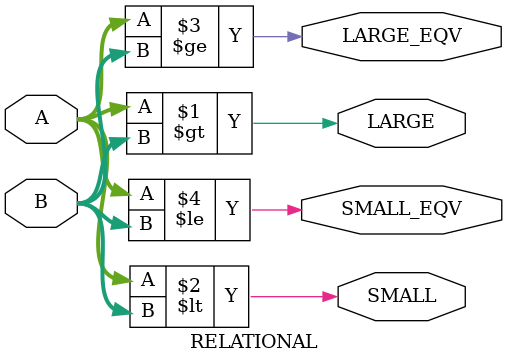
<source format=v>
module RELATIONAL (
    A, B, LARGE, SMALL, LARGE_EQV, SMALL_EQV
);

    input [3:0] A, B;
    output LARGE, SMALL, LARGE_EQV, SMALL_EQV;

    assign LARGE = (A > B);
    assign SMALL = (A < B);
    assign LARGE_EQV = (A >= B);
    assign SMALL_EQV = (A <= B);
    
endmodule
</source>
